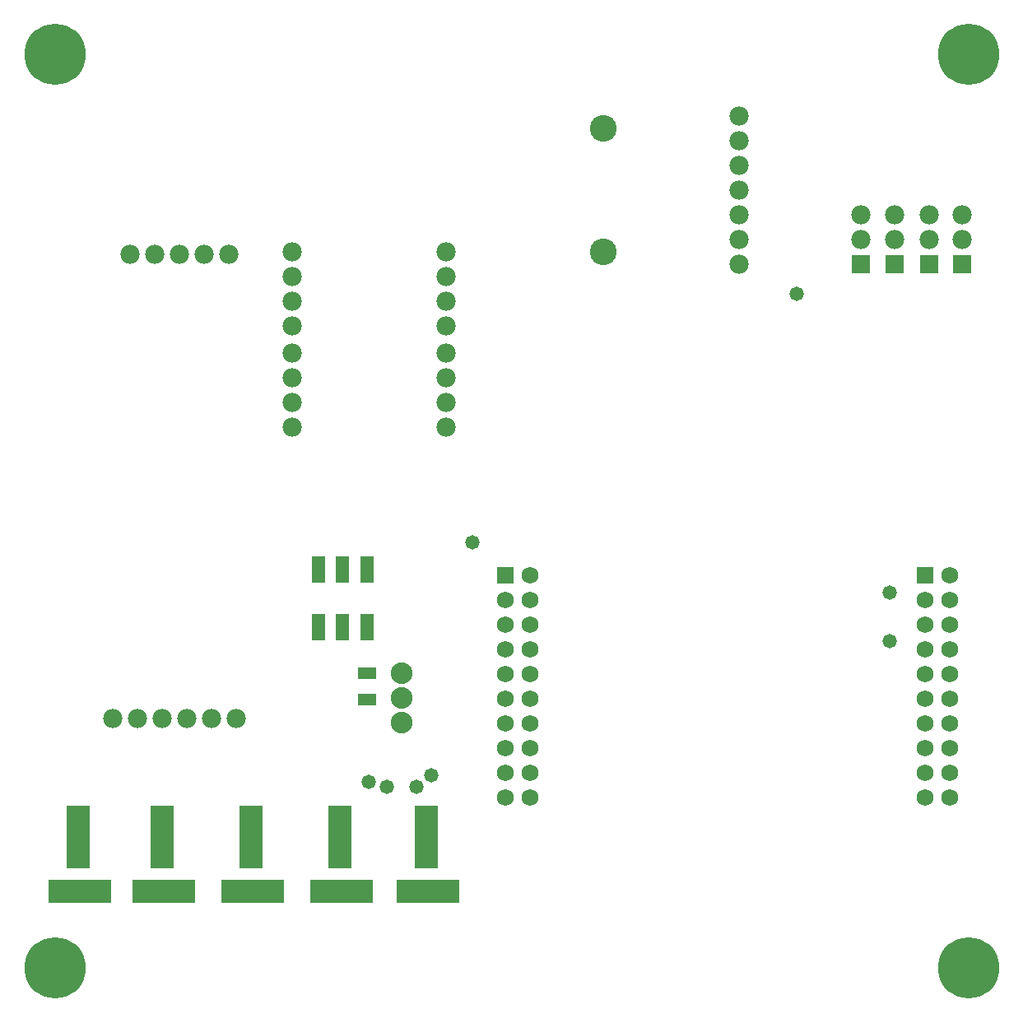
<source format=gbr>
%TF.GenerationSoftware,Altium Limited,Altium Designer,18.1.9 (240)*%
G04 Layer_Color=8388736*
%FSLAX26Y26*%
%MOIN*%
%TF.FileFunction,Soldermask,Top*%
%TF.Part,Single*%
G01*
G75*
%TA.AperFunction,SMDPad,CuDef*%
%ADD27R,0.074929X0.051307*%
%TA.AperFunction,ComponentPad*%
%ADD29C,0.078000*%
%ADD30R,0.078000X0.078000*%
%ADD31C,0.088000*%
%ADD32C,0.068000*%
%ADD33R,0.068000X0.068000*%
%ADD34C,0.108000*%
%ADD35R,0.098000X0.258000*%
%ADD36R,0.258000X0.098000*%
%TA.AperFunction,ViaPad*%
%ADD37C,0.058000*%
%ADD38C,0.248000*%
%TA.AperFunction,SMDPad,CuDef*%
%ADD39R,0.055000X0.108000*%
D27*
X1415000Y1343150D02*
D03*
Y1236850D02*
D03*
D29*
X855000Y3040000D02*
D03*
X755000D02*
D03*
X455000D02*
D03*
X555000D02*
D03*
X655000D02*
D03*
X3415000Y3200000D02*
D03*
Y3100000D02*
D03*
X3550000D02*
D03*
Y3200000D02*
D03*
X3690000D02*
D03*
Y3100000D02*
D03*
X3825000D02*
D03*
Y3200000D02*
D03*
X2920000Y3300000D02*
D03*
Y3200000D02*
D03*
Y3100000D02*
D03*
Y3000000D02*
D03*
Y3400000D02*
D03*
Y3500000D02*
D03*
Y3600000D02*
D03*
X1110000Y3050000D02*
D03*
Y2850000D02*
D03*
Y2750000D02*
D03*
Y2640000D02*
D03*
Y2540000D02*
D03*
Y2440000D02*
D03*
Y2340000D02*
D03*
Y2950000D02*
D03*
X1735000Y3050000D02*
D03*
Y2850000D02*
D03*
Y2750000D02*
D03*
Y2640000D02*
D03*
Y2540000D02*
D03*
Y2440000D02*
D03*
Y2340000D02*
D03*
Y2950000D02*
D03*
X385000Y1160000D02*
D03*
X485000D02*
D03*
X585000D02*
D03*
X685000D02*
D03*
X785000D02*
D03*
X885000D02*
D03*
D30*
X3415000Y3000000D02*
D03*
X3550000D02*
D03*
X3690000D02*
D03*
X3825000D02*
D03*
D31*
X1555000Y1245000D02*
D03*
Y1345000D02*
D03*
Y1145000D02*
D03*
D32*
X3775000Y840000D02*
D03*
Y940000D02*
D03*
Y1040000D02*
D03*
Y1140000D02*
D03*
Y1240000D02*
D03*
Y1340000D02*
D03*
Y1440000D02*
D03*
Y1540000D02*
D03*
Y1640000D02*
D03*
Y1740000D02*
D03*
X3675000Y840000D02*
D03*
Y940000D02*
D03*
Y1040000D02*
D03*
Y1140000D02*
D03*
Y1240000D02*
D03*
Y1340000D02*
D03*
Y1440000D02*
D03*
Y1540000D02*
D03*
Y1640000D02*
D03*
X1975000D02*
D03*
Y1540000D02*
D03*
Y1440000D02*
D03*
Y1340000D02*
D03*
Y1240000D02*
D03*
Y1140000D02*
D03*
Y1040000D02*
D03*
Y940000D02*
D03*
Y840000D02*
D03*
X2075000Y1740000D02*
D03*
Y1640000D02*
D03*
Y1540000D02*
D03*
Y1440000D02*
D03*
Y1340000D02*
D03*
Y1240000D02*
D03*
Y1140000D02*
D03*
Y1040000D02*
D03*
Y940000D02*
D03*
Y840000D02*
D03*
D33*
X3675000Y1740000D02*
D03*
X1975000D02*
D03*
D34*
X2370000Y3050000D02*
D03*
Y3550000D02*
D03*
D35*
X245000Y680000D02*
D03*
X585000D02*
D03*
X945000D02*
D03*
X1305000D02*
D03*
X1655000D02*
D03*
D36*
X250000Y460000D02*
D03*
X590000D02*
D03*
X950000D02*
D03*
X1310000D02*
D03*
X1660000D02*
D03*
D37*
X3155000Y2880000D02*
D03*
X1675000Y929558D02*
D03*
X1420000Y905000D02*
D03*
X1615000Y885000D02*
D03*
X1495000D02*
D03*
X1840000Y1875000D02*
D03*
X3530000Y1475000D02*
D03*
Y1670000D02*
D03*
D38*
X150000Y150000D02*
D03*
Y3850000D02*
D03*
X3850000D02*
D03*
Y150000D02*
D03*
D39*
X1413000Y1530000D02*
D03*
X1315000D02*
D03*
X1217000D02*
D03*
Y1765000D02*
D03*
X1315000D02*
D03*
X1413000D02*
D03*
%TF.MD5,380891a288befe20a8cfd27305f99692*%
M02*

</source>
